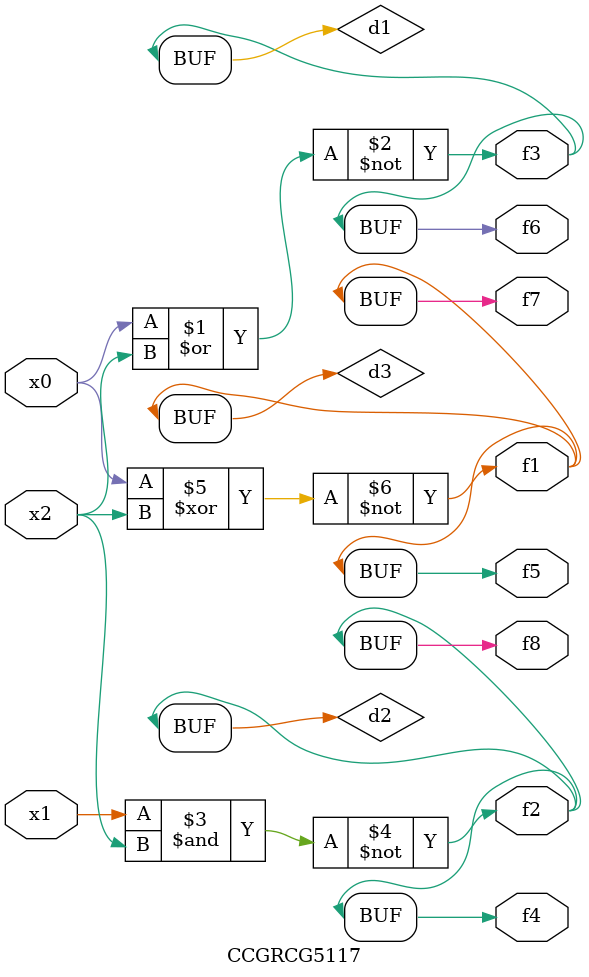
<source format=v>
module CCGRCG5117(
	input x0, x1, x2,
	output f1, f2, f3, f4, f5, f6, f7, f8
);

	wire d1, d2, d3;

	nor (d1, x0, x2);
	nand (d2, x1, x2);
	xnor (d3, x0, x2);
	assign f1 = d3;
	assign f2 = d2;
	assign f3 = d1;
	assign f4 = d2;
	assign f5 = d3;
	assign f6 = d1;
	assign f7 = d3;
	assign f8 = d2;
endmodule

</source>
